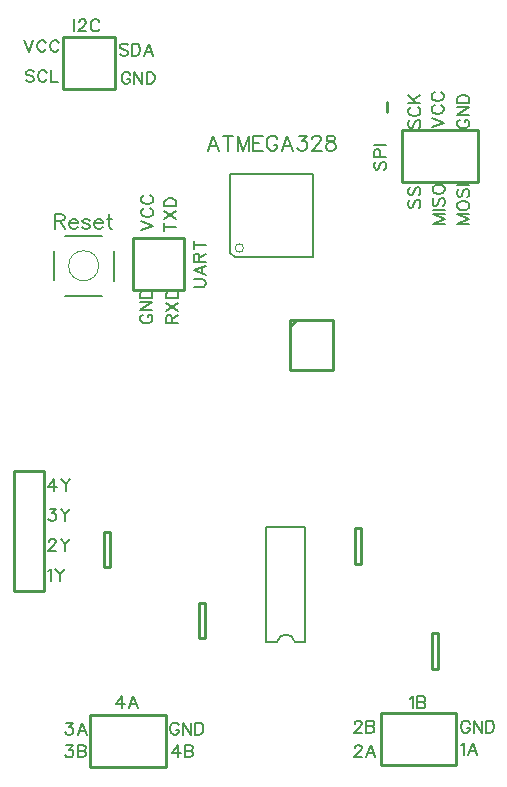
<source format=gbr>
G04 DipTrace Beta 2.9.0.1*
G04 TopSilk.gbr*
%MOIN*%
G04 #@! TF.FileFunction,Legend,Top*
G04 #@! TF.Part,Single*
%ADD10C,0.009843*%
%ADD11C,0.006*%
%ADD22C,1.3E-5*%
%ADD23C,0.008*%
%ADD48C,0.007*%
%FSLAX26Y26*%
G04*
G70*
G90*
G75*
G01*
G04 TopSilk*
%LPD*%
X1821078Y734419D2*
D10*
Y852555D1*
X1801433D1*
Y734419D1*
X1821078D1*
X1565078Y1084419D2*
Y1202555D1*
X1545433D1*
Y1084419D1*
X1565078D1*
X727328Y1072419D2*
Y1190555D1*
X707683D1*
Y1072419D1*
X727328D1*
X1023198Y953180D2*
Y835043D1*
X1042843D1*
Y953180D1*
X1023198D1*
X1652446Y2622434D2*
Y2590938D1*
X744614Y2841114D2*
X571386D1*
Y2667886D1*
X744614D1*
Y2841114D1*
X913736Y407386D2*
X661768D1*
Y580614D1*
X913736D1*
Y407386D1*
X1882483Y413635D2*
X1630514D1*
Y586864D1*
X1882483D1*
Y413635D1*
X1953984Y2355886D2*
X1702016D1*
Y2529114D1*
X1953984D1*
Y2355886D1*
X406355Y994005D2*
X506360D1*
Y1394040D1*
X406355D1*
Y994005D1*
X802907Y2170112D2*
X976135D1*
Y1996883D1*
X802907D1*
Y2170112D1*
X589992Y2077500D2*
D22*
G02X589992Y2077500I50008J0D01*
G01*
X739988Y2126320D2*
D23*
Y2027500D1*
X700620Y1977500D2*
X579380D1*
X540012Y2028680D2*
Y2126320D1*
X579380Y2177500D2*
X700620D1*
X1144858Y2136500D2*
D22*
G02X1144858Y2136500I14143J0D01*
G01*
X1129027Y2382473D2*
D11*
X1404973D1*
Y2106527D1*
X1142995D1*
X1129027Y2120495D2*
Y2382473D1*
Y2120495D2*
X1142995Y2106527D1*
X1470866Y1895177D2*
D10*
X1329134D1*
Y1729823D1*
X1470866D1*
Y1895177D1*
X1352761D2*
X1329134Y1877468D1*
X1249362Y824118D2*
D11*
Y1207976D1*
X1379287D1*
Y824118D1*
X1249362D2*
X1284785D1*
X1379287D2*
X1343864D1*
X1284785D2*
G02X1343864Y824118I29539J-6677D01*
G01*
X543853Y2226432D2*
D48*
X565353D1*
X572538Y2228863D1*
X574969Y2231240D1*
X577346Y2235993D1*
Y2240802D1*
X574969Y2245555D1*
X572538Y2247987D1*
X565353Y2250363D1*
X543853D1*
Y2200123D1*
X560599Y2226432D2*
X577346Y2200123D1*
X591346Y2219247D2*
X620031D1*
Y2224055D1*
X617654Y2228863D1*
X615278Y2231240D1*
X610469Y2233617D1*
X603284D1*
X598531Y2231240D1*
X593723Y2226432D1*
X591346Y2219247D1*
Y2214493D1*
X593723Y2207308D1*
X598531Y2202555D1*
X603284Y2200123D1*
X610469D1*
X615278Y2202555D1*
X620031Y2207308D1*
X660339Y2226432D2*
X657963Y2231240D1*
X650778Y2233617D1*
X643593D1*
X636407Y2231240D1*
X634031Y2226432D1*
X636407Y2221678D1*
X641216Y2219247D1*
X653154Y2216870D1*
X657963Y2214493D1*
X660339Y2209685D1*
Y2207308D1*
X657963Y2202555D1*
X650778Y2200123D1*
X643593D1*
X636407Y2202555D1*
X634031Y2207308D1*
X674339Y2219247D2*
X703024D1*
Y2224055D1*
X700647Y2228863D1*
X698271Y2231240D1*
X693462Y2233617D1*
X686277D1*
X681524Y2231240D1*
X676716Y2226432D1*
X674339Y2219247D1*
Y2214493D1*
X676716Y2207308D1*
X681524Y2202555D1*
X686277Y2200123D1*
X693462D1*
X698271Y2202555D1*
X703024Y2207308D1*
X724209Y2250363D2*
Y2209685D1*
X726586Y2202555D1*
X731394Y2200123D1*
X736147D1*
X717024Y2233617D2*
X733771D1*
X1091452Y2461123D2*
X1072273Y2511363D1*
X1053150Y2461123D1*
X1060335Y2477870D2*
X1084267D1*
X1122199Y2511363D2*
Y2461123D1*
X1105452Y2511363D2*
X1138945D1*
X1191192Y2461123D2*
Y2511363D1*
X1172069Y2461123D1*
X1152945Y2511363D1*
Y2461123D1*
X1236253Y2511363D2*
X1205192D1*
Y2461123D1*
X1236253D1*
X1205192Y2487432D2*
X1224315D1*
X1286123Y2499425D2*
X1283747Y2504178D1*
X1278938Y2508987D1*
X1274185Y2511363D1*
X1264623D1*
X1259815Y2508987D1*
X1255062Y2504178D1*
X1252630Y2499425D1*
X1250253Y2492240D1*
Y2480247D1*
X1252630Y2473117D1*
X1255062Y2468308D1*
X1259815Y2463555D1*
X1264623Y2461123D1*
X1274185D1*
X1278938Y2463555D1*
X1283747Y2468308D1*
X1286123Y2473117D1*
Y2480247D1*
X1274185D1*
X1338425Y2461123D2*
X1319247Y2511363D1*
X1300123Y2461123D1*
X1307308Y2477870D2*
X1331240D1*
X1357233Y2511308D2*
X1383487D1*
X1369172Y2492185D1*
X1376357D1*
X1381110Y2489808D1*
X1383487Y2487432D1*
X1385918Y2480247D1*
Y2475493D1*
X1383487Y2468308D1*
X1378733Y2463500D1*
X1371548Y2461123D1*
X1364363D1*
X1357233Y2463500D1*
X1354857Y2465932D1*
X1352425Y2470685D1*
X1402350Y2499370D2*
Y2501746D1*
X1404727Y2506555D1*
X1407103Y2508931D1*
X1411912Y2511308D1*
X1421474D1*
X1426227Y2508931D1*
X1428603Y2506555D1*
X1431035Y2501746D1*
Y2496993D1*
X1428603Y2492185D1*
X1423850Y2485055D1*
X1399918Y2461123D1*
X1433412D1*
X1459350Y2511308D2*
X1452220Y2508931D1*
X1449788Y2504178D1*
Y2499370D1*
X1452220Y2494617D1*
X1456973Y2492185D1*
X1466535Y2489808D1*
X1473720Y2487432D1*
X1478473Y2482623D1*
X1480850Y2477870D1*
Y2470685D1*
X1478473Y2465932D1*
X1476097Y2463500D1*
X1468912Y2461123D1*
X1459350D1*
X1452220Y2463500D1*
X1449788Y2465932D1*
X1447412Y2470685D1*
Y2477870D1*
X1449788Y2482623D1*
X1454597Y2487432D1*
X1461727Y2489808D1*
X1471288Y2492185D1*
X1476097Y2494617D1*
X1478473Y2499370D1*
Y2504178D1*
X1476097Y2508931D1*
X1468912Y2511308D1*
X1459350D1*
X608534Y2898772D2*
Y2858580D1*
X624480Y2889177D2*
Y2891078D1*
X626381Y2894925D1*
X628282Y2896826D1*
X632129Y2898727D1*
X639778D1*
X643581Y2896826D1*
X645482Y2894925D1*
X647428Y2891078D1*
Y2887275D1*
X645482Y2883429D1*
X641679Y2877725D1*
X622534Y2858580D1*
X649329D1*
X692025Y2889221D2*
X690123Y2893024D1*
X686277Y2896870D1*
X682474Y2898772D1*
X674825D1*
X670978Y2896870D1*
X667176Y2893024D1*
X665230Y2889221D1*
X663329Y2883473D1*
Y2873878D1*
X665230Y2868174D1*
X667176Y2864328D1*
X670978Y2860525D1*
X674825Y2858580D1*
X682474D1*
X686277Y2860525D1*
X690123Y2864328D1*
X692025Y2868174D1*
X441251Y2830021D2*
X456549Y2789829D1*
X471848Y2830021D1*
X514544Y2820470D2*
X512643Y2824273D1*
X508796Y2828120D1*
X504993Y2830021D1*
X497344D1*
X493497Y2828120D1*
X489695Y2824273D1*
X487749Y2820470D1*
X485848Y2814722D1*
Y2805127D1*
X487749Y2799424D1*
X489695Y2795577D1*
X493497Y2791774D1*
X497344Y2789829D1*
X504993D1*
X508796Y2791774D1*
X512643Y2795577D1*
X514544Y2799424D1*
X557240Y2820470D2*
X555338Y2824273D1*
X551492Y2828120D1*
X547689Y2830021D1*
X540040D1*
X536193Y2828120D1*
X532391Y2824273D1*
X530445Y2820470D1*
X528544Y2814722D1*
Y2805127D1*
X530445Y2799424D1*
X532391Y2795577D1*
X536193Y2791774D1*
X540040Y2789829D1*
X547689D1*
X551492Y2791774D1*
X555338Y2795577D1*
X557240Y2799424D1*
X474295Y2724273D2*
X470492Y2728120D1*
X464744Y2730021D1*
X457095D1*
X451347Y2728120D1*
X447500Y2724273D1*
Y2720470D1*
X449445Y2716624D1*
X451347Y2714722D1*
X455149Y2712821D1*
X466645Y2708974D1*
X470492Y2707073D1*
X472393Y2705127D1*
X474295Y2701325D1*
Y2695577D1*
X470492Y2691774D1*
X464744Y2689829D1*
X457095D1*
X451347Y2691774D1*
X447500Y2695577D1*
X516991Y2720470D2*
X515089Y2724273D1*
X511243Y2728120D1*
X507440Y2730021D1*
X499791D1*
X495944Y2728120D1*
X492141Y2724273D1*
X490196Y2720470D1*
X488295Y2714722D1*
Y2705127D1*
X490196Y2699424D1*
X492141Y2695577D1*
X495944Y2691774D1*
X499791Y2689829D1*
X507440D1*
X511243Y2691774D1*
X515089Y2695577D1*
X516991Y2699424D1*
X530991Y2730021D2*
Y2689829D1*
X553939D1*
X786795Y2811774D2*
X782992Y2815621D1*
X777244Y2817522D1*
X769595D1*
X763847Y2815621D1*
X760000Y2811774D1*
Y2807972D1*
X761945Y2804125D1*
X763847Y2802224D1*
X767649Y2800322D1*
X779145Y2796476D1*
X782992Y2794574D1*
X784893Y2792629D1*
X786795Y2788826D1*
Y2783078D1*
X782992Y2779276D1*
X777244Y2777330D1*
X769595D1*
X763847Y2779276D1*
X760000Y2783078D1*
X800795Y2817522D2*
Y2777330D1*
X814192D1*
X819940Y2779276D1*
X823787Y2783078D1*
X825688Y2786925D1*
X827589Y2792629D1*
Y2802224D1*
X825688Y2807972D1*
X823787Y2811774D1*
X819940Y2815621D1*
X814192Y2817522D1*
X800795D1*
X872231Y2777330D2*
X856888Y2817522D1*
X841589Y2777330D1*
X847337Y2790728D2*
X866483D1*
X794947Y2714220D2*
X793045Y2718022D1*
X789199Y2721869D1*
X785396Y2723770D1*
X777747D1*
X773900Y2721869D1*
X770097Y2718022D1*
X768152Y2714220D1*
X766251Y2708472D1*
Y2698877D1*
X768152Y2693173D1*
X770097Y2689326D1*
X773900Y2685524D1*
X777747Y2683578D1*
X785396D1*
X789199Y2685524D1*
X793045Y2689326D1*
X794947Y2693173D1*
Y2698877D1*
X785396D1*
X835741Y2723770D2*
Y2683578D1*
X808947Y2723770D1*
Y2683578D1*
X849741Y2723770D2*
Y2683578D1*
X863139D1*
X868887Y2685524D1*
X872733Y2689326D1*
X874635Y2693173D1*
X876536Y2698877D1*
Y2708472D1*
X874635Y2714220D1*
X872733Y2718022D1*
X868887Y2721869D1*
X863139Y2723770D1*
X849741D1*
X838078Y1914814D2*
X834276Y1912913D1*
X830429Y1909066D1*
X828528Y1905264D1*
Y1897614D1*
X830429Y1893768D1*
X834276Y1889965D1*
X838078Y1888020D1*
X843826Y1886118D1*
X853421D1*
X859125Y1888020D1*
X862972Y1889965D1*
X866774Y1893768D1*
X868720Y1897614D1*
Y1905264D1*
X866774Y1909066D1*
X862972Y1912913D1*
X859125Y1914814D1*
X853421D1*
Y1905264D1*
X828528Y1955609D2*
X868720D1*
X828528Y1928814D1*
X868720D1*
X828528Y1969609D2*
X868720D1*
Y1983006D1*
X866774Y1988754D1*
X862972Y1992601D1*
X859125Y1994502D1*
X853421Y1996403D1*
X843826D1*
X838078Y1994502D1*
X834276Y1992601D1*
X830429Y1988754D1*
X828528Y1983006D1*
Y1969609D1*
X831381Y2195809D2*
X871573Y2211107D1*
X831381Y2226406D1*
X840931Y2269102D2*
X837129Y2267200D1*
X833282Y2263354D1*
X831381Y2259551D1*
Y2251902D1*
X833282Y2248055D1*
X837129Y2244252D1*
X840931Y2242307D1*
X846679Y2240406D1*
X856274D1*
X861978Y2242307D1*
X865825Y2244252D1*
X869627Y2248055D1*
X871573Y2251902D1*
Y2259551D1*
X869627Y2263354D1*
X865825Y2267200D1*
X861978Y2269102D1*
X840931Y2311798D2*
X837129Y2309896D1*
X833282Y2306049D1*
X831381Y2302247D1*
Y2294598D1*
X833282Y2290751D1*
X837129Y2286948D1*
X840931Y2285003D1*
X846679Y2283102D1*
X856274D1*
X861978Y2285003D1*
X865825Y2286948D1*
X869627Y2290751D1*
X871573Y2294598D1*
Y2302247D1*
X869627Y2306049D1*
X865825Y2309896D1*
X861978Y2311798D1*
X934232Y1887085D2*
Y1904285D1*
X932287Y1910033D1*
X930385Y1911979D1*
X926583Y1913880D1*
X922736D1*
X918934Y1911979D1*
X916988Y1910033D1*
X915087Y1904285D1*
Y1887085D1*
X955279D1*
X934232Y1900483D2*
X955279Y1913880D1*
X915087Y1927880D2*
X955279Y1954675D1*
X915087D2*
X955279Y1927880D1*
X915087Y1968675D2*
X955279D1*
Y1982072D1*
X953333Y1987820D1*
X949531Y1991667D1*
X945684Y1993568D1*
X939980Y1995469D1*
X930385D1*
X924637Y1993568D1*
X920835Y1991667D1*
X916988Y1987820D1*
X915087Y1982072D1*
Y1968675D1*
X908795Y2206758D2*
X948987D1*
X908795Y2193361D2*
Y2220156D1*
Y2234156D2*
X948987Y2260950D1*
X908795D2*
X948987Y2234156D1*
X908795Y2274950D2*
X948987D1*
Y2288348D1*
X947042Y2294096D1*
X943239Y2297942D1*
X939393Y2299844D1*
X933689Y2301745D1*
X924094D1*
X918346Y2299844D1*
X914543Y2297942D1*
X910697Y2294096D1*
X908795Y2288348D1*
Y2274950D1*
X1800091Y2539495D2*
X1840283Y2554793D1*
X1800091Y2570092D1*
X1809641Y2612788D2*
X1805839Y2610887D1*
X1801992Y2607040D1*
X1800091Y2603237D1*
Y2595588D1*
X1801992Y2591741D1*
X1805839Y2587939D1*
X1809641Y2585993D1*
X1815389Y2584092D1*
X1824984D1*
X1830688Y2585993D1*
X1834535Y2587939D1*
X1838337Y2591741D1*
X1840283Y2595588D1*
Y2603237D1*
X1838337Y2607040D1*
X1834535Y2610887D1*
X1830688Y2612788D1*
X1809641Y2655484D2*
X1805839Y2653583D1*
X1801992Y2649736D1*
X1800091Y2645933D1*
Y2638284D1*
X1801992Y2634437D1*
X1805839Y2630635D1*
X1809641Y2628689D1*
X1815389Y2626788D1*
X1824984D1*
X1830688Y2628689D1*
X1834535Y2630635D1*
X1838337Y2634437D1*
X1840283Y2638284D1*
Y2645933D1*
X1838337Y2649736D1*
X1834535Y2653583D1*
X1830688Y2655484D1*
X1894290Y2564792D2*
X1890487Y2562891D1*
X1886640Y2559044D1*
X1884739Y2555241D1*
Y2547592D1*
X1886640Y2543745D1*
X1890487Y2539943D1*
X1894290Y2537997D1*
X1900038Y2536096D1*
X1909632D1*
X1915336Y2537997D1*
X1919183Y2539943D1*
X1922986Y2543745D1*
X1924931Y2547592D1*
Y2555241D1*
X1922986Y2559044D1*
X1919183Y2562891D1*
X1915336Y2564792D1*
X1909632D1*
Y2555241D1*
X1884739Y2605586D2*
X1924931D1*
X1884739Y2578792D1*
X1924931D1*
X1884739Y2619586D2*
X1924931D1*
Y2632984D1*
X1922985Y2638732D1*
X1919183Y2642579D1*
X1915336Y2644480D1*
X1909632Y2646381D1*
X1900038D1*
X1894290Y2644480D1*
X1890487Y2642579D1*
X1886640Y2638732D1*
X1884739Y2632984D1*
Y2619586D1*
X1727987Y2562889D2*
X1724140Y2559087D1*
X1722239Y2553339D1*
Y2545689D1*
X1724140Y2539941D1*
X1727987Y2536095D1*
X1731790D1*
X1735636Y2538040D1*
X1737538Y2539941D1*
X1739439Y2543744D1*
X1743286Y2555240D1*
X1745187Y2559087D1*
X1747132Y2560988D1*
X1750935Y2562889D1*
X1756683D1*
X1760486Y2559087D1*
X1762431Y2553339D1*
Y2545689D1*
X1760485Y2539941D1*
X1756683Y2536095D1*
X1731790Y2605585D2*
X1727987Y2603684D1*
X1724140Y2599837D1*
X1722239Y2596035D1*
Y2588385D1*
X1724140Y2584539D1*
X1727987Y2580736D1*
X1731790Y2578791D1*
X1737538Y2576889D1*
X1747132D1*
X1752836Y2578790D1*
X1756683Y2580736D1*
X1760486Y2584538D1*
X1762431Y2588385D1*
Y2596035D1*
X1760485Y2599837D1*
X1756683Y2603684D1*
X1752836Y2605585D1*
X1722239Y2619585D2*
X1762431D1*
X1722239Y2646380D2*
X1749034Y2619585D1*
X1739439Y2629136D2*
X1762431Y2646380D1*
X1924931Y2248637D2*
X1884739D1*
X1924931Y2233338D1*
X1884739Y2218040D1*
X1924931D1*
X1884739Y2274133D2*
X1886640Y2270286D1*
X1890487Y2266483D1*
X1894290Y2264538D1*
X1900038Y2262637D1*
X1909632D1*
X1915336Y2264538D1*
X1919183Y2266483D1*
X1922986Y2270286D1*
X1924931Y2274133D1*
Y2281782D1*
X1922985Y2285585D1*
X1919183Y2289431D1*
X1915336Y2291333D1*
X1909632Y2293234D1*
X1900038D1*
X1894290Y2291333D1*
X1890487Y2289431D1*
X1886640Y2285585D1*
X1884739Y2281782D1*
Y2274133D1*
X1890487Y2334028D2*
X1886640Y2330226D1*
X1884739Y2324478D1*
Y2316829D1*
X1886640Y2311081D1*
X1890487Y2307234D1*
X1894290D1*
X1898136Y2309179D1*
X1900038Y2311081D1*
X1901939Y2314883D1*
X1905786Y2326379D1*
X1907687Y2330226D1*
X1909632Y2332127D1*
X1913435Y2334028D1*
X1919183D1*
X1922985Y2330226D1*
X1924931Y2324478D1*
Y2316829D1*
X1922985Y2311081D1*
X1919183Y2307234D1*
X1884739Y2348028D2*
X1924931D1*
X1843682Y2248637D2*
X1803490D1*
X1843682Y2233338D1*
X1803490Y2218040D1*
X1843682D1*
X1803490Y2262637D2*
X1843682D1*
X1809238Y2303431D2*
X1805391Y2299629D1*
X1803490Y2293881D1*
Y2286231D1*
X1805391Y2280483D1*
X1809238Y2276637D1*
X1813040D1*
X1816887Y2278582D1*
X1818788Y2280483D1*
X1820690Y2284286D1*
X1824536Y2295782D1*
X1826438Y2299629D1*
X1828383Y2301530D1*
X1832186Y2303431D1*
X1837934D1*
X1841736Y2299629D1*
X1843682Y2293881D1*
Y2286231D1*
X1841736Y2280483D1*
X1837934Y2276637D1*
X1803490Y2328927D2*
X1805391Y2325081D1*
X1809238Y2321278D1*
X1813040Y2319333D1*
X1818788Y2317431D1*
X1828383D1*
X1834087Y2319333D1*
X1837934Y2321278D1*
X1841736Y2325081D1*
X1843682Y2328927D1*
Y2336577D1*
X1841736Y2340379D1*
X1837934Y2344226D1*
X1834087Y2346127D1*
X1828383Y2348028D1*
X1818788D1*
X1813040Y2346127D1*
X1809238Y2344226D1*
X1805391Y2340379D1*
X1803490Y2336577D1*
Y2328927D1*
X1727987Y2297687D2*
X1724140Y2293885D1*
X1722239Y2288137D1*
Y2280487D1*
X1724140Y2274739D1*
X1727987Y2270893D1*
X1731790D1*
X1735636Y2272838D1*
X1737538Y2274739D1*
X1739439Y2278542D1*
X1743286Y2290038D1*
X1745187Y2293885D1*
X1747132Y2295786D1*
X1750935Y2297687D1*
X1756683D1*
X1760486Y2293885D1*
X1762431Y2288137D1*
Y2280487D1*
X1760485Y2274739D1*
X1756683Y2270893D1*
X1727987Y2338482D2*
X1724140Y2334679D1*
X1722239Y2328931D1*
Y2321282D1*
X1724140Y2315534D1*
X1727987Y2311687D1*
X1731790D1*
X1735636Y2313633D1*
X1737538Y2315534D1*
X1739439Y2319336D1*
X1743286Y2330832D1*
X1745187Y2334679D1*
X1747132Y2336580D1*
X1750935Y2338482D1*
X1756683D1*
X1760485Y2334679D1*
X1762431Y2328931D1*
Y2321282D1*
X1760486Y2315534D1*
X1756683Y2311687D1*
X522510Y1059755D2*
X526357Y1061701D1*
X532105Y1067405D1*
Y1027257D1*
X546105Y1067449D2*
X561404Y1048303D1*
Y1027257D1*
X576703Y1067449D2*
X561404Y1048303D1*
X524456Y1157864D2*
Y1159766D1*
X526357Y1163612D1*
X528259Y1165514D1*
X532105Y1167415D1*
X539755D1*
X543557Y1165514D1*
X545458Y1163612D1*
X547404Y1159766D1*
Y1155963D1*
X545458Y1152116D1*
X541656Y1146413D1*
X522510Y1127267D1*
X549305D1*
X563305Y1167459D2*
X578604Y1148314D1*
Y1127267D1*
X593902Y1167459D2*
X578604Y1148314D1*
X526357Y1267425D2*
X547360D1*
X535908Y1252127D1*
X541656D1*
X545458Y1250226D1*
X547360Y1248324D1*
X549305Y1242576D1*
Y1238774D1*
X547360Y1233026D1*
X543557Y1229179D1*
X537809Y1227278D1*
X532061D1*
X526357Y1229179D1*
X524456Y1231124D1*
X522510Y1234927D1*
X563305Y1267470D2*
X578604Y1248324D1*
Y1227278D1*
X593902Y1267470D2*
X578604Y1248324D1*
X541656Y1327288D2*
Y1367436D1*
X522510Y1340686D1*
X551206D1*
X565206Y1367480D2*
X580505Y1348335D1*
Y1327288D1*
X595804Y1367480D2*
X580505Y1348335D1*
X1613924Y2424720D2*
X1610077Y2420917D1*
X1608176Y2415169D1*
Y2407520D1*
X1610077Y2401772D1*
X1613924Y2397925D1*
X1617727D1*
X1621573Y2399871D1*
X1623475Y2401772D1*
X1625376Y2405575D1*
X1629223Y2417071D1*
X1631124Y2420917D1*
X1633069Y2422819D1*
X1636872Y2424720D1*
X1642620D1*
X1646423Y2420917D1*
X1648368Y2415169D1*
Y2407520D1*
X1646422Y2401772D1*
X1642620Y2397925D1*
X1629223Y2438720D2*
Y2455964D1*
X1627321Y2461668D1*
X1625376Y2463613D1*
X1621573Y2465515D1*
X1615825D1*
X1612023Y2463613D1*
X1610077Y2461668D1*
X1608176Y2455964D1*
Y2438720D1*
X1648368D1*
X1608176Y2479515D2*
X1648368D1*
X1006327Y2005920D2*
X1035023D1*
X1040771Y2007821D1*
X1044573Y2011668D1*
X1046519Y2017416D1*
Y2021219D1*
X1044573Y2026967D1*
X1040771Y2030813D1*
X1035023Y2032715D1*
X1006327D1*
X1046519Y2077356D2*
X1006327Y2062013D1*
X1046519Y2046715D1*
X1033122Y2052463D2*
Y2071608D1*
X1025472Y2091356D2*
Y2108556D1*
X1023527Y2114304D1*
X1021626Y2116249D1*
X1017823Y2118151D1*
X1013976D1*
X1010174Y2116249D1*
X1008228Y2114304D1*
X1006327Y2108556D1*
Y2091356D1*
X1046519D1*
X1025472Y2104753D2*
X1046519Y2118151D1*
X1006327Y2145548D2*
X1046519D1*
X1006327Y2132151D2*
Y2158945D1*
X1897655Y478444D2*
X1901502Y480390D1*
X1907250Y486093D1*
Y445946D1*
X1951891D2*
X1936548Y486138D1*
X1921250Y445946D1*
X1926998Y459343D2*
X1946143D1*
X582613Y479843D2*
X603616D1*
X592164Y464544D1*
X597912D1*
X601714Y462643D1*
X603616Y460742D1*
X605561Y454994D1*
Y451191D1*
X603616Y445443D1*
X599813Y441596D1*
X594065Y439695D1*
X588317D1*
X582613Y441596D1*
X580712Y443542D1*
X578766Y447344D1*
X619561Y479887D2*
Y439695D1*
X636805D1*
X642553Y441641D1*
X644454Y443542D1*
X646356Y447344D1*
Y453092D1*
X644454Y456939D1*
X642553Y458840D1*
X636805Y460742D1*
X642553Y462687D1*
X644454Y464588D1*
X646356Y468391D1*
Y472238D1*
X644454Y476040D1*
X642553Y477986D1*
X636805Y479887D1*
X619561D1*
Y460742D2*
X636805D1*
X582613Y554851D2*
X603616D1*
X592164Y539552D1*
X597912D1*
X601714Y537651D1*
X603616Y535750D1*
X605561Y530002D1*
Y526199D1*
X603616Y520451D1*
X599813Y516604D1*
X594065Y514703D1*
X588317D1*
X582613Y516604D1*
X580712Y518550D1*
X578766Y522352D1*
X650203Y514703D2*
X634860Y554895D1*
X619561Y514703D1*
X625309Y528100D2*
X644454D1*
X1728887Y634711D2*
X1732734Y636656D1*
X1738482Y642360D1*
Y602212D1*
X1752482Y642404D2*
Y602212D1*
X1769726D1*
X1775474Y604158D1*
X1777375Y606059D1*
X1779277Y609861D1*
Y615609D1*
X1777375Y619456D1*
X1775474Y621357D1*
X1769726Y623259D1*
X1775474Y625204D1*
X1777375Y627105D1*
X1779277Y630908D1*
Y634755D1*
X1777375Y638557D1*
X1775474Y640503D1*
X1769726Y642404D1*
X1752482D1*
Y623259D2*
X1769726D1*
X957499Y545344D2*
X955598Y549147D1*
X951751Y552994D1*
X947949Y554895D1*
X940299D1*
X936452Y552994D1*
X932650Y549147D1*
X930704Y545344D1*
X928803Y539596D1*
Y530002D1*
X930704Y524298D1*
X932650Y520451D1*
X936452Y516648D1*
X940299Y514703D1*
X947949D1*
X951751Y516648D1*
X955598Y520451D1*
X957499Y524298D1*
Y530002D1*
X947949D1*
X998294Y554895D2*
Y514703D1*
X971499Y554895D1*
Y514703D1*
X1012294Y554895D2*
Y514703D1*
X1025691D1*
X1031439Y516648D1*
X1035286Y520451D1*
X1037187Y524298D1*
X1039088Y530002D1*
Y539596D1*
X1037187Y545344D1*
X1035286Y549147D1*
X1031439Y552994D1*
X1025691Y554895D1*
X1012294D1*
X1543313Y470292D2*
Y472194D1*
X1545214Y476040D1*
X1547115Y477942D1*
X1550962Y479843D1*
X1558612D1*
X1562414Y477942D1*
X1564315Y476040D1*
X1566261Y472194D1*
Y468391D1*
X1564315Y464544D1*
X1560513Y458840D1*
X1541367Y439695D1*
X1568162D1*
X1612804D2*
X1597461Y479887D1*
X1582162Y439695D1*
X1587910Y453092D2*
X1607056D1*
X766679Y602212D2*
Y642360D1*
X747534Y615609D1*
X776230D1*
X820871Y602212D2*
X805529Y642404D1*
X790230Y602212D1*
X795978Y615609D2*
X815123D1*
X954199Y439695D2*
Y479843D1*
X935054Y453092D1*
X963750D1*
X977750Y479887D2*
Y439695D1*
X994994D1*
X1000742Y441641D1*
X1002643Y443542D1*
X1004544Y447344D1*
Y453092D1*
X1002643Y456939D1*
X1000742Y458840D1*
X994994Y460742D1*
X1000742Y462687D1*
X1002643Y464588D1*
X1004544Y468391D1*
Y472238D1*
X1002643Y476040D1*
X1000742Y477986D1*
X994994Y479887D1*
X977750D1*
Y460742D2*
X994994D1*
X1543313Y551551D2*
Y553452D1*
X1545214Y557299D1*
X1547115Y559200D1*
X1550962Y561101D1*
X1558612D1*
X1562414Y559200D1*
X1564315Y557299D1*
X1566261Y553452D1*
Y549650D1*
X1564315Y545803D1*
X1560513Y540099D1*
X1541367Y520954D1*
X1568162D1*
X1582162Y561146D2*
Y520954D1*
X1599406D1*
X1605154Y522899D1*
X1607056Y524800D1*
X1608957Y528603D1*
Y534351D1*
X1607056Y538198D1*
X1605154Y540099D1*
X1599406Y542000D1*
X1605154Y543946D1*
X1607056Y545847D1*
X1608957Y549650D1*
Y553496D1*
X1607056Y557299D1*
X1605154Y559244D1*
X1599406Y561146D1*
X1582162D1*
Y542000D2*
X1599406D1*
X1926351Y551595D2*
X1924450Y555398D1*
X1920603Y559244D1*
X1916800Y561146D1*
X1909151D1*
X1905304Y559244D1*
X1901502Y555398D1*
X1899556Y551595D1*
X1897655Y545847D1*
Y536252D1*
X1899556Y530548D1*
X1901502Y526702D1*
X1905304Y522899D1*
X1909151Y520954D1*
X1916800D1*
X1920603Y522899D1*
X1924450Y526702D1*
X1926351Y530548D1*
Y536252D1*
X1916800D1*
X1967145Y561146D2*
Y520954D1*
X1940351Y561146D1*
Y520954D1*
X1981145Y561146D2*
Y520954D1*
X1994543D1*
X2000291Y522899D1*
X2004138Y526702D1*
X2006039Y530548D1*
X2007940Y536252D1*
Y545847D1*
X2006039Y551595D1*
X2004138Y555398D1*
X2000291Y559244D1*
X1994543Y561146D1*
X1981145D1*
M02*

</source>
